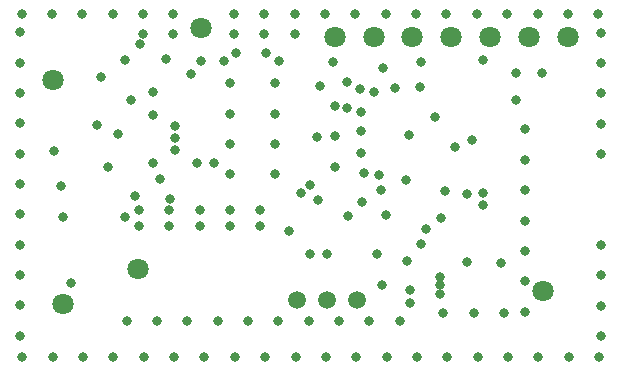
<source format=gbs>
G04 Layer_Color=16711935*
%FSLAX43Y43*%
%MOMM*%
G71*
G01*
G75*
%ADD70C,1.503*%
%ADD71C,1.803*%
%ADD72C,0.803*%
D70*
X80645Y77089D02*
D03*
X78105D02*
D03*
X75565D02*
D03*
D71*
X95217Y99300D02*
D03*
X67500Y100100D02*
D03*
X55800Y76700D02*
D03*
X96400Y77800D02*
D03*
X54900Y95700D02*
D03*
X62100Y79700D02*
D03*
X88650Y99300D02*
D03*
X82083D02*
D03*
X85367D02*
D03*
X91933D02*
D03*
X78800D02*
D03*
X98500D02*
D03*
D72*
X86500Y83100D02*
D03*
X88998Y90002D02*
D03*
X90000Y86000D02*
D03*
X64802Y85598D02*
D03*
X59000Y95900D02*
D03*
X88125Y86300D02*
D03*
X67500Y97300D02*
D03*
X55800Y84100D02*
D03*
X61000D02*
D03*
X81300Y87800D02*
D03*
X75900Y86100D02*
D03*
X76708Y86808D02*
D03*
X82100Y94700D02*
D03*
X60995Y97409D02*
D03*
X62300Y98700D02*
D03*
X79800Y93300D02*
D03*
Y95500D02*
D03*
X82675Y86375D02*
D03*
X84900Y80400D02*
D03*
X81083Y85344D02*
D03*
X82400Y80962D02*
D03*
X82818Y78318D02*
D03*
X91300Y97400D02*
D03*
X78105Y80969D02*
D03*
X81050Y89500D02*
D03*
X81000Y93000D02*
D03*
X82550Y87630D02*
D03*
X77500Y95200D02*
D03*
X63400Y88700D02*
D03*
X61900Y85900D02*
D03*
X68600Y88700D02*
D03*
X66600Y96200D02*
D03*
X64500Y97500D02*
D03*
X59600Y88300D02*
D03*
X80900Y94900D02*
D03*
X85988Y95096D02*
D03*
X87254Y92556D02*
D03*
X64000Y87300D02*
D03*
X52340Y72200D02*
D03*
X54910D02*
D03*
X57480D02*
D03*
X65190D02*
D03*
X62620D02*
D03*
X60050D02*
D03*
X72900D02*
D03*
X70330D02*
D03*
X67760D02*
D03*
X80610D02*
D03*
X78040D02*
D03*
X75470D02*
D03*
X88320D02*
D03*
X85750D02*
D03*
X83180D02*
D03*
X96030D02*
D03*
X93460D02*
D03*
X90890D02*
D03*
X101170D02*
D03*
X98600D02*
D03*
X98530Y101300D02*
D03*
X101100D02*
D03*
X90820D02*
D03*
X93390D02*
D03*
X95960D02*
D03*
X83110D02*
D03*
X85680D02*
D03*
X88250D02*
D03*
X75400D02*
D03*
X77970D02*
D03*
X80540D02*
D03*
X70260D02*
D03*
X72830D02*
D03*
X59980D02*
D03*
X62550D02*
D03*
X65120D02*
D03*
X57410D02*
D03*
X54840D02*
D03*
X52270D02*
D03*
X101300Y94560D02*
D03*
Y97130D02*
D03*
Y99700D02*
D03*
Y89420D02*
D03*
Y91990D02*
D03*
Y79140D02*
D03*
Y81710D02*
D03*
Y76570D02*
D03*
Y74000D02*
D03*
X52100Y74030D02*
D03*
Y76600D02*
D03*
Y84310D02*
D03*
Y81740D02*
D03*
Y79170D02*
D03*
Y92020D02*
D03*
Y89450D02*
D03*
Y86880D02*
D03*
Y99730D02*
D03*
Y97160D02*
D03*
Y94590D02*
D03*
X65300Y89800D02*
D03*
X58700Y91900D02*
D03*
X56500Y78500D02*
D03*
X96300Y96300D02*
D03*
X94100D02*
D03*
Y94000D02*
D03*
X83900Y95000D02*
D03*
X86100Y97200D02*
D03*
X82900Y96700D02*
D03*
X90400Y90600D02*
D03*
X91300Y86100D02*
D03*
Y85100D02*
D03*
X92900Y80200D02*
D03*
X90000Y80300D02*
D03*
X85100Y91000D02*
D03*
X84800Y87200D02*
D03*
X77300Y90900D02*
D03*
X78800Y88360D02*
D03*
Y90930D02*
D03*
X83100Y84300D02*
D03*
X78600Y97200D02*
D03*
X78800Y93500D02*
D03*
X74050Y97300D02*
D03*
X86100Y81800D02*
D03*
X79918Y84201D02*
D03*
X55000Y89700D02*
D03*
X69450Y97300D02*
D03*
X66310Y75300D02*
D03*
X63740D02*
D03*
X61170D02*
D03*
X74020D02*
D03*
X71450D02*
D03*
X68880D02*
D03*
X81730D02*
D03*
X79160D02*
D03*
X76590D02*
D03*
X84300D02*
D03*
X67360Y84700D02*
D03*
X64790D02*
D03*
X62220D02*
D03*
X72500D02*
D03*
X69930D02*
D03*
Y83300D02*
D03*
X72500D02*
D03*
X62220D02*
D03*
X64790D02*
D03*
X67360D02*
D03*
X60452Y91125D02*
D03*
X65300Y91800D02*
D03*
Y90800D02*
D03*
X63400Y92700D02*
D03*
X67100Y88700D02*
D03*
X55588Y86741D02*
D03*
X61500Y94000D02*
D03*
X63400Y94700D02*
D03*
X70260Y99600D02*
D03*
X72830D02*
D03*
X75400D02*
D03*
X62550D02*
D03*
X65120D02*
D03*
X73000Y98000D02*
D03*
X70430D02*
D03*
X85200Y76800D02*
D03*
X81050Y91400D02*
D03*
X74930Y82870D02*
D03*
X87970Y76000D02*
D03*
X90540D02*
D03*
X93110D02*
D03*
X87700Y79000D02*
D03*
Y78300D02*
D03*
Y77600D02*
D03*
X73700Y90270D02*
D03*
Y92840D02*
D03*
Y95410D02*
D03*
X76708Y80969D02*
D03*
X77400Y85500D02*
D03*
X73700Y87700D02*
D03*
X69900Y87710D02*
D03*
Y95420D02*
D03*
Y92850D02*
D03*
Y90280D02*
D03*
X87800Y84000D02*
D03*
X94900Y88930D02*
D03*
Y91500D02*
D03*
Y81220D02*
D03*
Y83790D02*
D03*
Y86360D02*
D03*
Y78650D02*
D03*
Y76080D02*
D03*
X85200Y77900D02*
D03*
M02*

</source>
